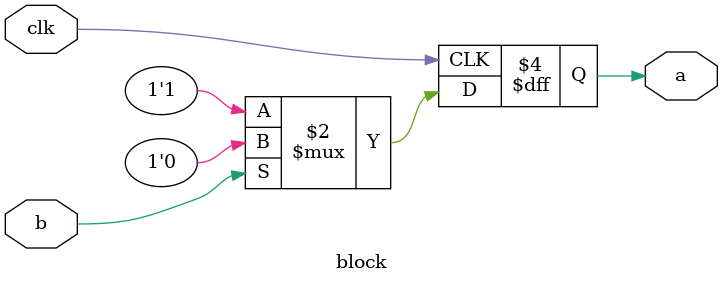
<source format=v>
module block( clk, a, b);
input clk, b;
output a;
reg a;
always @(posedge clk) begin
  a <= 1;
  if (b)
    a <= 0;
end
endmodule


</source>
